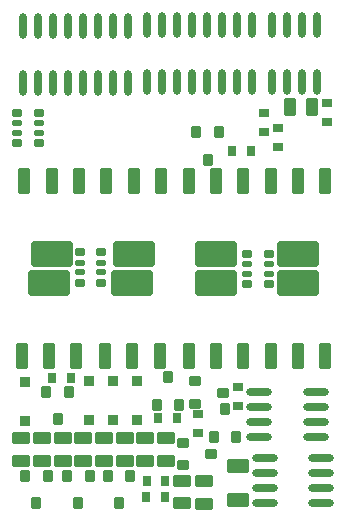
<source format=gtp>
G04*
G04 #@! TF.GenerationSoftware,Altium Limited,Altium Designer,20.2.7 (254)*
G04*
G04 Layer_Color=8421504*
%FSLAX25Y25*%
%MOIN*%
G70*
G04*
G04 #@! TF.SameCoordinates,5AC374DB-F55B-4F4B-A56E-E1240E510371*
G04*
G04*
G04 #@! TF.FilePolarity,Positive*
G04*
G01*
G75*
G04:AMPARAMS|DCode=14|XSize=35.43mil|YSize=37.4mil|CornerRadius=3.54mil|HoleSize=0mil|Usage=FLASHONLY|Rotation=270.000|XOffset=0mil|YOffset=0mil|HoleType=Round|Shape=RoundedRectangle|*
%AMROUNDEDRECTD14*
21,1,0.03543,0.03032,0,0,270.0*
21,1,0.02835,0.03740,0,0,270.0*
1,1,0.00709,-0.01516,-0.01417*
1,1,0.00709,-0.01516,0.01417*
1,1,0.00709,0.01516,0.01417*
1,1,0.00709,0.01516,-0.01417*
%
%ADD14ROUNDEDRECTD14*%
G04:AMPARAMS|DCode=15|XSize=35.43mil|YSize=37.4mil|CornerRadius=3.54mil|HoleSize=0mil|Usage=FLASHONLY|Rotation=270.000|XOffset=0mil|YOffset=0mil|HoleType=Round|Shape=RoundedRectangle|*
%AMROUNDEDRECTD15*
21,1,0.03543,0.03032,0,0,270.0*
21,1,0.02835,0.03740,0,0,270.0*
1,1,0.00709,-0.01516,-0.01417*
1,1,0.00709,-0.01516,0.01417*
1,1,0.00709,0.01516,0.01417*
1,1,0.00709,0.01516,-0.01417*
%
%ADD15ROUNDEDRECTD15*%
G04:AMPARAMS|DCode=16|XSize=35.43mil|YSize=37.4mil|CornerRadius=3.54mil|HoleSize=0mil|Usage=FLASHONLY|Rotation=0.000|XOffset=0mil|YOffset=0mil|HoleType=Round|Shape=RoundedRectangle|*
%AMROUNDEDRECTD16*
21,1,0.03543,0.03032,0,0,0.0*
21,1,0.02835,0.03740,0,0,0.0*
1,1,0.00709,0.01417,-0.01516*
1,1,0.00709,-0.01417,-0.01516*
1,1,0.00709,-0.01417,0.01516*
1,1,0.00709,0.01417,0.01516*
%
%ADD16ROUNDEDRECTD16*%
G04:AMPARAMS|DCode=17|XSize=35.43mil|YSize=37.4mil|CornerRadius=3.54mil|HoleSize=0mil|Usage=FLASHONLY|Rotation=0.000|XOffset=0mil|YOffset=0mil|HoleType=Round|Shape=RoundedRectangle|*
%AMROUNDEDRECTD17*
21,1,0.03543,0.03032,0,0,0.0*
21,1,0.02835,0.03740,0,0,0.0*
1,1,0.00709,0.01417,-0.01516*
1,1,0.00709,-0.01417,-0.01516*
1,1,0.00709,-0.01417,0.01516*
1,1,0.00709,0.01417,0.01516*
%
%ADD17ROUNDEDRECTD17*%
G04:AMPARAMS|DCode=18|XSize=27.56mil|YSize=36.22mil|CornerRadius=2.76mil|HoleSize=0mil|Usage=FLASHONLY|Rotation=90.000|XOffset=0mil|YOffset=0mil|HoleType=Round|Shape=RoundedRectangle|*
%AMROUNDEDRECTD18*
21,1,0.02756,0.03071,0,0,90.0*
21,1,0.02205,0.03622,0,0,90.0*
1,1,0.00551,0.01535,0.01102*
1,1,0.00551,0.01535,-0.01102*
1,1,0.00551,-0.01535,-0.01102*
1,1,0.00551,-0.01535,0.01102*
%
%ADD18ROUNDEDRECTD18*%
G04:AMPARAMS|DCode=19|XSize=70.87mil|YSize=45.28mil|CornerRadius=4.53mil|HoleSize=0mil|Usage=FLASHONLY|Rotation=0.000|XOffset=0mil|YOffset=0mil|HoleType=Round|Shape=RoundedRectangle|*
%AMROUNDEDRECTD19*
21,1,0.07087,0.03622,0,0,0.0*
21,1,0.06181,0.04528,0,0,0.0*
1,1,0.00906,0.03091,-0.01811*
1,1,0.00906,-0.03091,-0.01811*
1,1,0.00906,-0.03091,0.01811*
1,1,0.00906,0.03091,0.01811*
%
%ADD19ROUNDEDRECTD19*%
G04:AMPARAMS|DCode=20|XSize=43.31mil|YSize=84.65mil|CornerRadius=4.33mil|HoleSize=0mil|Usage=FLASHONLY|Rotation=180.000|XOffset=0mil|YOffset=0mil|HoleType=Round|Shape=RoundedRectangle|*
%AMROUNDEDRECTD20*
21,1,0.04331,0.07598,0,0,180.0*
21,1,0.03465,0.08465,0,0,180.0*
1,1,0.00866,-0.01732,0.03799*
1,1,0.00866,0.01732,0.03799*
1,1,0.00866,0.01732,-0.03799*
1,1,0.00866,-0.01732,-0.03799*
%
%ADD20ROUNDEDRECTD20*%
G04:AMPARAMS|DCode=21|XSize=43.31mil|YSize=84.65mil|CornerRadius=4.33mil|HoleSize=0mil|Usage=FLASHONLY|Rotation=180.000|XOffset=0mil|YOffset=0mil|HoleType=Round|Shape=RoundedRectangle|*
%AMROUNDEDRECTD21*
21,1,0.04331,0.07599,0,0,180.0*
21,1,0.03465,0.08465,0,0,180.0*
1,1,0.00866,-0.01732,0.03799*
1,1,0.00866,0.01732,0.03799*
1,1,0.00866,0.01732,-0.03799*
1,1,0.00866,-0.01732,-0.03799*
%
%ADD21ROUNDEDRECTD21*%
G04:AMPARAMS|DCode=22|XSize=137.8mil|YSize=84.65mil|CornerRadius=8.47mil|HoleSize=0mil|Usage=FLASHONLY|Rotation=180.000|XOffset=0mil|YOffset=0mil|HoleType=Round|Shape=RoundedRectangle|*
%AMROUNDEDRECTD22*
21,1,0.13780,0.06772,0,0,180.0*
21,1,0.12087,0.08465,0,0,180.0*
1,1,0.01693,-0.06043,0.03386*
1,1,0.01693,0.06043,0.03386*
1,1,0.01693,0.06043,-0.03386*
1,1,0.01693,-0.06043,-0.03386*
%
%ADD22ROUNDEDRECTD22*%
G04:AMPARAMS|DCode=23|XSize=25.59mil|YSize=31.5mil|CornerRadius=2.56mil|HoleSize=0mil|Usage=FLASHONLY|Rotation=90.000|XOffset=0mil|YOffset=0mil|HoleType=Round|Shape=RoundedRectangle|*
%AMROUNDEDRECTD23*
21,1,0.02559,0.02638,0,0,90.0*
21,1,0.02047,0.03150,0,0,90.0*
1,1,0.00512,0.01319,0.01024*
1,1,0.00512,0.01319,-0.01024*
1,1,0.00512,-0.01319,-0.01024*
1,1,0.00512,-0.01319,0.01024*
%
%ADD23ROUNDEDRECTD23*%
G04:AMPARAMS|DCode=24|XSize=17.72mil|YSize=31.5mil|CornerRadius=1.77mil|HoleSize=0mil|Usage=FLASHONLY|Rotation=90.000|XOffset=0mil|YOffset=0mil|HoleType=Round|Shape=RoundedRectangle|*
%AMROUNDEDRECTD24*
21,1,0.01772,0.02795,0,0,90.0*
21,1,0.01417,0.03150,0,0,90.0*
1,1,0.00354,0.01398,0.00709*
1,1,0.00354,0.01398,-0.00709*
1,1,0.00354,-0.01398,-0.00709*
1,1,0.00354,-0.01398,0.00709*
%
%ADD24ROUNDEDRECTD24*%
%ADD25O,0.02362X0.08661*%
%ADD26O,0.08661X0.02362*%
G04:AMPARAMS|DCode=27|XSize=39.37mil|YSize=57.09mil|CornerRadius=3.94mil|HoleSize=0mil|Usage=FLASHONLY|Rotation=90.000|XOffset=0mil|YOffset=0mil|HoleType=Round|Shape=RoundedRectangle|*
%AMROUNDEDRECTD27*
21,1,0.03937,0.04921,0,0,90.0*
21,1,0.03150,0.05709,0,0,90.0*
1,1,0.00787,0.02461,0.01575*
1,1,0.00787,0.02461,-0.01575*
1,1,0.00787,-0.02461,-0.01575*
1,1,0.00787,-0.02461,0.01575*
%
%ADD27ROUNDEDRECTD27*%
G04:AMPARAMS|DCode=28|XSize=35.83mil|YSize=33.47mil|CornerRadius=3.35mil|HoleSize=0mil|Usage=FLASHONLY|Rotation=90.000|XOffset=0mil|YOffset=0mil|HoleType=Round|Shape=RoundedRectangle|*
%AMROUNDEDRECTD28*
21,1,0.03583,0.02677,0,0,90.0*
21,1,0.02913,0.03347,0,0,90.0*
1,1,0.00669,0.01339,0.01457*
1,1,0.00669,0.01339,-0.01457*
1,1,0.00669,-0.01339,-0.01457*
1,1,0.00669,-0.01339,0.01457*
%
%ADD28ROUNDEDRECTD28*%
G04:AMPARAMS|DCode=29|XSize=27.56mil|YSize=36.22mil|CornerRadius=2.76mil|HoleSize=0mil|Usage=FLASHONLY|Rotation=180.000|XOffset=0mil|YOffset=0mil|HoleType=Round|Shape=RoundedRectangle|*
%AMROUNDEDRECTD29*
21,1,0.02756,0.03071,0,0,180.0*
21,1,0.02205,0.03622,0,0,180.0*
1,1,0.00551,-0.01102,0.01535*
1,1,0.00551,0.01102,0.01535*
1,1,0.00551,0.01102,-0.01535*
1,1,0.00551,-0.01102,-0.01535*
%
%ADD29ROUNDEDRECTD29*%
G04:AMPARAMS|DCode=30|XSize=39.37mil|YSize=57.09mil|CornerRadius=3.94mil|HoleSize=0mil|Usage=FLASHONLY|Rotation=180.000|XOffset=0mil|YOffset=0mil|HoleType=Round|Shape=RoundedRectangle|*
%AMROUNDEDRECTD30*
21,1,0.03937,0.04921,0,0,180.0*
21,1,0.03150,0.05709,0,0,180.0*
1,1,0.00787,-0.01575,0.02461*
1,1,0.00787,0.01575,0.02461*
1,1,0.00787,0.01575,-0.02461*
1,1,0.00787,-0.01575,-0.02461*
%
%ADD30ROUNDEDRECTD30*%
D14*
X62776Y44094D02*
D03*
X72028Y40354D02*
D03*
X68091Y19783D02*
D03*
X58839Y23524D02*
D03*
D15*
X62776Y36614D02*
D03*
X58839Y16043D02*
D03*
D16*
X69095Y25473D02*
D03*
X72835Y34724D02*
D03*
X70768Y127284D02*
D03*
X67027Y118032D02*
D03*
X27657Y12677D02*
D03*
X23917Y3425D02*
D03*
X9941D02*
D03*
X13681Y12677D02*
D03*
X37500Y3425D02*
D03*
X41240Y12677D02*
D03*
X50000Y36162D02*
D03*
X53740Y45414D02*
D03*
X17028Y31378D02*
D03*
X20768Y40630D02*
D03*
D17*
X76575Y25473D02*
D03*
X63287Y127284D02*
D03*
X20177Y12677D02*
D03*
X6201D02*
D03*
X33760D02*
D03*
X57480Y36162D02*
D03*
X13287Y40630D02*
D03*
D18*
X76968Y35925D02*
D03*
Y42224D02*
D03*
X63681Y33071D02*
D03*
Y26772D02*
D03*
X106791Y130473D02*
D03*
Y136772D02*
D03*
X85827Y133465D02*
D03*
Y127165D02*
D03*
X90453Y122343D02*
D03*
Y128642D02*
D03*
D19*
X77165Y15945D02*
D03*
Y4527D02*
D03*
D20*
X78740Y110787D02*
D03*
X60630D02*
D03*
X78740Y52520D02*
D03*
X60630D02*
D03*
X87992D02*
D03*
X106102D02*
D03*
X87992Y110787D02*
D03*
X106102D02*
D03*
X51378D02*
D03*
X33268D02*
D03*
X5906D02*
D03*
X24016D02*
D03*
X32874Y52520D02*
D03*
X50984D02*
D03*
X23228D02*
D03*
X5118D02*
D03*
D21*
X69685Y110787D02*
D03*
X69685Y52520D02*
D03*
X97047D02*
D03*
X97047Y110787D02*
D03*
X42323D02*
D03*
X14961D02*
D03*
X41929Y52520D02*
D03*
X14173D02*
D03*
D22*
X69685Y86378D02*
D03*
X69685Y76929D02*
D03*
X97047D02*
D03*
X97047Y86378D02*
D03*
X42323D02*
D03*
X14961D02*
D03*
X41929Y76929D02*
D03*
X14173D02*
D03*
D23*
X31594Y77028D02*
D03*
X24508D02*
D03*
Y87067D02*
D03*
X31594D02*
D03*
X10630Y123583D02*
D03*
X3543D02*
D03*
Y133622D02*
D03*
X10630D02*
D03*
X87303Y86575D02*
D03*
X80216D02*
D03*
Y76535D02*
D03*
X87303D02*
D03*
D24*
X31594Y80472D02*
D03*
Y83622D02*
D03*
X24508D02*
D03*
Y80472D02*
D03*
X10630Y127028D02*
D03*
Y130177D02*
D03*
X3543D02*
D03*
Y127028D02*
D03*
X80216Y79980D02*
D03*
Y83130D02*
D03*
X87303D02*
D03*
Y79980D02*
D03*
D25*
X5433Y143661D02*
D03*
X10433D02*
D03*
X15433D02*
D03*
X20433D02*
D03*
X25433D02*
D03*
X30433D02*
D03*
X35433D02*
D03*
X40433D02*
D03*
X5433Y162559D02*
D03*
X10433D02*
D03*
X15433D02*
D03*
X20433D02*
D03*
X25433D02*
D03*
X30433D02*
D03*
X35433D02*
D03*
X40433D02*
D03*
X81870Y162756D02*
D03*
X76870D02*
D03*
X71870D02*
D03*
X66870D02*
D03*
X61870D02*
D03*
X56870D02*
D03*
X51870D02*
D03*
X46870D02*
D03*
X81870Y143858D02*
D03*
X76870D02*
D03*
X71870D02*
D03*
X66870D02*
D03*
X61870D02*
D03*
X56870D02*
D03*
X51870D02*
D03*
X46870D02*
D03*
X88465Y143858D02*
D03*
X93465D02*
D03*
X98465D02*
D03*
X103465D02*
D03*
X88465Y162756D02*
D03*
X93465D02*
D03*
X98465D02*
D03*
X103465D02*
D03*
D26*
X86024Y18681D02*
D03*
Y13681D02*
D03*
Y8681D02*
D03*
Y3681D02*
D03*
X104922Y18681D02*
D03*
Y13681D02*
D03*
Y8681D02*
D03*
Y3681D02*
D03*
X103150Y25532D02*
D03*
Y30531D02*
D03*
Y35531D02*
D03*
Y40532D02*
D03*
X84252Y25532D02*
D03*
Y30531D02*
D03*
Y35531D02*
D03*
Y40532D02*
D03*
D27*
X4921Y25059D02*
D03*
Y17579D02*
D03*
X11811D02*
D03*
Y25059D02*
D03*
X18701D02*
D03*
Y17579D02*
D03*
X25591D02*
D03*
Y25059D02*
D03*
X32480D02*
D03*
Y17579D02*
D03*
X39370D02*
D03*
Y25059D02*
D03*
X46260D02*
D03*
Y17579D02*
D03*
X53150D02*
D03*
Y25059D02*
D03*
X65650Y3307D02*
D03*
Y10787D02*
D03*
X58465Y10886D02*
D03*
Y3405D02*
D03*
D28*
X43406Y31358D02*
D03*
Y44350D02*
D03*
X6201Y43957D02*
D03*
Y30965D02*
D03*
X27362Y31358D02*
D03*
Y44350D02*
D03*
X35531D02*
D03*
Y31358D02*
D03*
D29*
X52953Y10984D02*
D03*
X46654D02*
D03*
X46555Y5374D02*
D03*
X52854D02*
D03*
X50492Y31949D02*
D03*
X56791D02*
D03*
X81367Y121020D02*
D03*
X75068D02*
D03*
X21358Y45335D02*
D03*
X15059D02*
D03*
D30*
X94390Y135492D02*
D03*
X101870D02*
D03*
M02*

</source>
